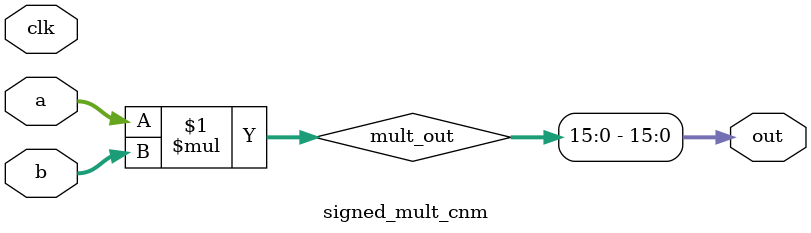
<source format=v>
module matrix_fc(
	input clk,
	input reset,
	input start,
	output reg done,
	input wire [11:0] src1_start_address, //vector
	input wire [11:0] src2_start_address, //matrix
	input wire [11:0] src3_start_address,
	output reg [11:0] sram_address_1,
	input wire [15:0] sram_data_1,

	output reg [11:0] sram_address_2,
	input wire [15:0] sram_data_2,
	
	output reg [11:0] sram_address_3,
	input wire [15:0] sram_data_3,
	
	output reg [3:0] final_result
);
	 reg [3:0] state = 4'd0;
	 reg [31:0] sum_out, weight;
	 wire [15:0] multiplex_out;
    reg [3:0] count;


	 signed_mult_cnm mult1(.clk(clk), .out(multiplex_out), .a(sram_data_1), .b(sram_data_2));

	 
	 always @(posedge clk) begin
	 
		if(reset) begin
        state <= 4'd0;

        done <= 1'd0;
		end
		
		if(state == 4'd0 && start == 1'd1) begin
			sram_address_1 <= src1_start_address;
			sram_address_2 <= src2_start_address;
			sram_address_3 <= src3_start_address;
			//dest_address <= dest_start_address;
			count <= 4'd0;
			final_result <=4'd0;
			state <= 4'd1;
			weight <= 32'd0;
		end

		if(state == 4'd1) begin
			sum_out <= 32'd0;
			state <= 4'd2;
		end

		if(state == 4'd2 && count < 5)begin
			sram_address_1 <= sram_address_1 + 12'd1;
			sram_address_2 <= sram_address_2 + 12'd1;
			//signed_mult mult2(.out(multiplex_out), .a(sram_data_1), .b(sram_data_2));
			sum_out <= multiplex_out + sum_out;
			
			state <= (sram_address_1 == 12'd506)? 4'd3:4'd2;
		end
		
		if(state == 4'd2 && count >= 5)begin
			sram_address_1 <= sram_address_1 + 12'd1;
			sram_address_3 <= sram_address_3 + 12'd1;
			//signed_mult mult2(.out(multiplex_out), .a(sram_data_1), .b(sram_data_2));
			sum_out <= multiplex_out + sum_out;
			
			state <= (sram_address_1 == 12'd506)? 4'd3:4'd2;
		end
		
		if (state == 4'd3)begin
			weight <= (sum_out >= weight) ? sum_out : weight;
			final_result <= (sum_out >= weight) ? count : final_result;
			if (count == 4'd9) begin
				state <= 4'd4;
			end
			else begin
				count <= count + 4'd1;
				state <= 4'd1;
			end
			
			//dest_write_en <= 1'd0;
			sram_address_1 <= src1_start_address;
         //state <= (sram_address_2 == 12'd5096) ? 4'd4:4'd1;
		end
		if (state == 4'd4)begin
			 done <= 1'd1;
		end	 
	end
endmodule

module signed_mult_cnm (clk, a, b, out);
	input      signed  clk;
	output 	signed  [15:0]	out; 
	input 	signed	[15:0] 	a; 
	input 	signed	[15:0] 	b; 
	wire 	signed	[31:0]	mult_out;
	assign mult_out = a * b;
	// select bits for 2.14 fixed point 
	// 3.13
	// assign out = {mult_out[31], mult_out[28:14]};
	assign out = mult_out;
	//assign out = a * b;
endmodule

</source>
